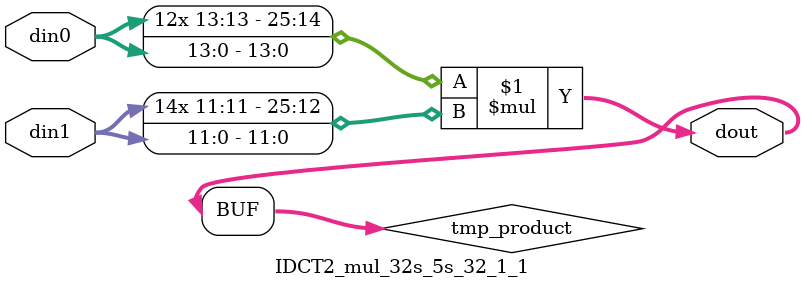
<source format=v>

`timescale 1 ns / 1 ps

 module IDCT2_mul_32s_5s_32_1_1(din0, din1, dout);
parameter ID = 1;
parameter NUM_STAGE = 0;
parameter din0_WIDTH = 14;
parameter din1_WIDTH = 12;
parameter dout_WIDTH = 26;

input [din0_WIDTH - 1 : 0] din0; 
input [din1_WIDTH - 1 : 0] din1; 
output [dout_WIDTH - 1 : 0] dout;

wire signed [dout_WIDTH - 1 : 0] tmp_product;



























assign tmp_product = $signed(din0) * $signed(din1);








assign dout = tmp_product;





















endmodule

</source>
